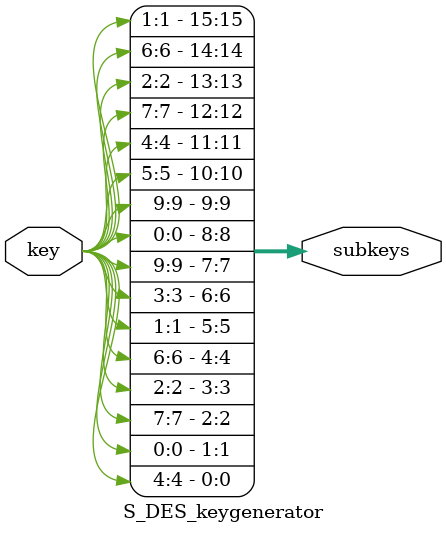
<source format=v>
module S_DES_keygenerator(key, subkeys);

input [9:0] key;
output [15:0] subkeys;

assign subkeys[15:0] = {key[1],key[6],key[2],key[7],key[4],key[5],key[9],key[0],key[9],key[3],key[1],key[6],key[2],key[7],key[0],key[4]};

endmodule
</source>
